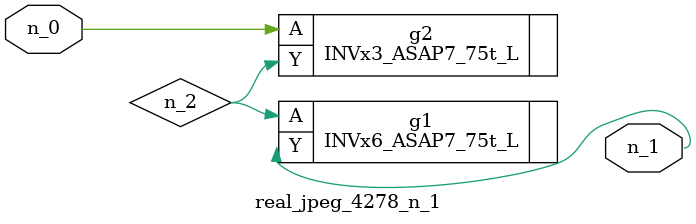
<source format=v>
module real_jpeg_4278_n_1 (n_0, n_1);

input n_0;

output n_1;

wire n_2;

INVx3_ASAP7_75t_L g2 ( 
.A(n_0),
.Y(n_2)
);

INVx6_ASAP7_75t_L g1 ( 
.A(n_2),
.Y(n_1)
);


endmodule
</source>
